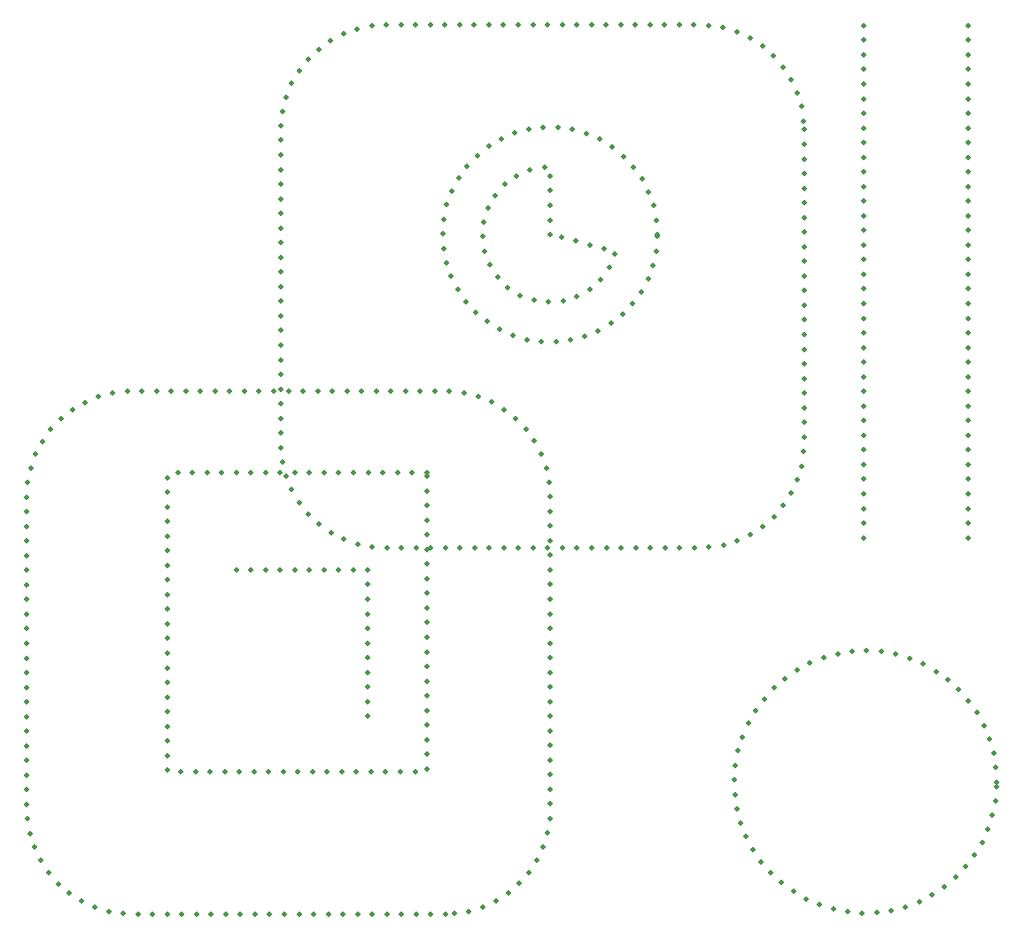
<source format=gtl>
%MOMM*%
%FSLAX34Y34*%
%IPPOS*%
%ADD10C,0.5*%
G75*
%LPD*%
D10*
X800000Y850000D03*
X800000Y836000D03*
X800000Y822000D03*
X800000Y808000D03*
X800000Y794000D03*
X800000Y780000D03*
X800000Y766000D03*
X800000Y752000D03*
X800000Y738000D03*
X800000Y724000D03*
X800000Y710000D03*
X800000Y696000D03*
X800000Y682000D03*
X800000Y668000D03*
X800000Y654000D03*
X800000Y640000D03*
X800000Y626000D03*
X800000Y612000D03*
X800000Y598000D03*
X800000Y584000D03*
X800000Y570000D03*
X800000Y556000D03*
X800000Y542000D03*
X800000Y528000D03*
X800000Y514000D03*
X800000Y500000D03*
X800000Y486000D03*
X800000Y472000D03*
X800000Y458000D03*
X800000Y444000D03*
X800000Y430000D03*
X800000Y416000D03*
X800000Y402000D03*
X800000Y388000D03*
X800000Y374000D03*
X800000Y360000D03*

X900000Y850000D03*
X900000Y836000D03*
X900000Y822000D03*
X900000Y808000D03*
X900000Y794000D03*
X900000Y780000D03*
X900000Y766000D03*
X900000Y752000D03*
X900000Y738000D03*
X900000Y724000D03*
X900000Y710000D03*
X900000Y696000D03*
X900000Y682000D03*
X900000Y668000D03*
X900000Y654000D03*
X900000Y640000D03*
X900000Y626000D03*
X900000Y612000D03*
X900000Y598000D03*
X900000Y584000D03*
X900000Y570000D03*
X900000Y556000D03*
X900000Y542000D03*
X900000Y528000D03*
X900000Y514000D03*
X900000Y500000D03*
X900000Y486000D03*
X900000Y472000D03*
X900000Y458000D03*
X900000Y444000D03*
X900000Y430000D03*
X900000Y416000D03*
X900000Y402000D03*
X900000Y388000D03*
X900000Y374000D03*
X900000Y360000D03*

X200000Y329390D03*
X214000Y329390D03*
X228000Y329390D03*
X242000Y329390D03*
X256000Y329390D03*
X270000Y329390D03*
X284000Y329390D03*
X298000Y329390D03*
X312000Y329390D03*
X325827Y329217D03*
X325827Y315217D03*
X325827Y301217D03*
X325827Y287217D03*
X325827Y273217D03*
X325827Y259217D03*
X325827Y245217D03*
X325827Y231217D03*
X325827Y217217D03*
X325827Y203217D03*
X325827Y189217D03*

X400000Y0D03*
X386000Y0D03*
X372000Y0D03*
X358000Y0D03*
X344000Y0D03*
X330000Y0D03*
X316000Y0D03*
X302000Y0D03*
X288000Y0D03*
X274000Y0D03*
X260000Y0D03*
X246000Y0D03*
X232000Y0D03*
X218000Y0D03*
X204000Y0D03*
X190000Y0D03*
X176000Y0D03*
X162000Y0D03*
X148000Y0D03*
X134000Y0D03*
X120000Y0D03*
X106000Y0D03*
X92009Y320D03*
X78177Y2410D03*
X64773Y6410D03*
X52057Y12242D03*
X40280Y19790D03*
X29672Y28909D03*
X20440Y39418D03*
X12764Y51113D03*
X6796Y63764D03*
X2652Y77125D03*
X412Y90933D03*
X0Y104920D03*
X0Y118920D03*
X0Y132920D03*
X0Y146920D03*
X0Y160920D03*
X0Y174920D03*
X0Y188920D03*
X0Y202920D03*
X0Y216920D03*
X0Y230920D03*
X0Y244920D03*
X0Y258920D03*
X0Y272920D03*
X0Y286920D03*
X0Y300920D03*
X0Y314920D03*
X0Y328920D03*
X0Y342920D03*
X0Y356920D03*
X0Y370920D03*
X0Y384920D03*
X0Y398920D03*
X834Y412884D03*
X3602Y426596D03*
X8256Y439788D03*
X14706Y452201D03*
X22825Y463592D03*
X32454Y473739D03*
X43404Y482444D03*
X55463Y489534D03*
X68392Y494873D03*
X81940Y498356D03*
X95842Y499914D03*
X109841Y500000D03*
X123841Y500000D03*
X137841Y500000D03*
X151841Y500000D03*
X165841Y500000D03*
X179841Y500000D03*
X193841Y500000D03*
X207841Y500000D03*
X221841Y500000D03*
X235841Y500000D03*
X249841Y500000D03*
X263841Y500000D03*
X277841Y500000D03*
X291841Y500000D03*
X305841Y500000D03*
X319841Y500000D03*
X333841Y500000D03*
X347841Y500000D03*
X361841Y500000D03*
X375841Y500000D03*
X389841Y500000D03*
X403840Y499926D03*
X417746Y498413D03*
X431305Y494974D03*
X444252Y489676D03*
X456333Y482623D03*
X467311Y473954D03*
X476972Y463838D03*
X485127Y452472D03*
X491617Y440080D03*
X496313Y426903D03*
X499125Y413200D03*
X500000Y399239D03*
X500000Y385239D03*
X500000Y371239D03*
X500000Y357239D03*
X500000Y343239D03*
X500000Y329239D03*
X500000Y315239D03*
X500000Y301239D03*
X500000Y287239D03*
X500000Y273239D03*
X500000Y259239D03*
X500000Y245239D03*
X500000Y231239D03*
X500000Y217239D03*
X500000Y203239D03*
X500000Y189239D03*
X500000Y175239D03*
X500000Y161239D03*
X500000Y147239D03*
X500000Y133239D03*
X500000Y119239D03*
X500000Y105239D03*
X499616Y91250D03*
X497421Y77435D03*
X493319Y64061D03*
X487391Y51391D03*
X479753Y39672D03*
X470554Y29133D03*
X459975Y19981D03*
X448222Y12395D03*
X435525Y6523D03*
X422134Y2480D03*
X408309Y346D03*

X742704Y750394D03*
X742704Y736394D03*
X742704Y722394D03*
X742704Y708394D03*
X742704Y694394D03*
X742704Y680394D03*
X742704Y666394D03*
X742704Y652394D03*
X742704Y638394D03*
X742704Y624394D03*
X742704Y610394D03*
X742704Y596394D03*
X742704Y582394D03*
X742704Y568394D03*
X742704Y554394D03*
X742704Y540394D03*
X742704Y526394D03*
X742704Y512394D03*
X742704Y498394D03*
X742704Y484394D03*
X742704Y470394D03*
X742704Y456394D03*
X742384Y442402D03*
X740294Y428571D03*
X736294Y415167D03*
X730462Y402451D03*
X722914Y390674D03*
X713795Y380066D03*
X703286Y370834D03*
X691591Y363158D03*
X678940Y357190D03*
X665579Y353045D03*
X651771Y350806D03*
X637784Y350394D03*
X623784Y350394D03*
X609784Y350394D03*
X595784Y350394D03*
X581784Y350394D03*
X567784Y350394D03*
X553784Y350394D03*
X539784Y350394D03*
X525784Y350394D03*
X511784Y350394D03*
X497784Y350394D03*
X483784Y350394D03*
X469784Y350394D03*
X455784Y350394D03*
X441784Y350394D03*
X427784Y350394D03*
X413784Y350394D03*
X399784Y350394D03*
X385784Y350394D03*
X371784Y350394D03*
X357784Y350394D03*
X343784Y350394D03*
X329820Y351227D03*
X316108Y353996D03*
X302916Y358650D03*
X290503Y365100D03*
X279112Y373219D03*
X268965Y382848D03*
X260261Y393798D03*
X253170Y405856D03*
X247831Y418786D03*
X244348Y432334D03*
X242791Y446236D03*
X242704Y460235D03*
X242704Y474235D03*
X242704Y488235D03*
X242704Y502235D03*
X242704Y516235D03*
X242704Y530235D03*
X242704Y544235D03*
X242704Y558235D03*
X242704Y572235D03*
X242704Y586235D03*
X242704Y600235D03*
X242704Y614235D03*
X242704Y628235D03*
X242704Y642235D03*
X242704Y656235D03*
X242704Y670235D03*
X242704Y684235D03*
X242704Y698235D03*
X242704Y712235D03*
X242704Y726235D03*
X242704Y740235D03*
X242778Y754234D03*
X244291Y768140D03*
X247731Y781699D03*
X253028Y794646D03*
X260081Y806727D03*
X268750Y817705D03*
X278866Y827366D03*
X290232Y835521D03*
X302624Y842011D03*
X315801Y846707D03*
X329504Y849519D03*
X343465Y850394D03*
X357465Y850394D03*
X371465Y850394D03*
X385465Y850394D03*
X399465Y850394D03*
X413465Y850394D03*
X427465Y850394D03*
X441465Y850394D03*
X455465Y850394D03*
X469465Y850394D03*
X483465Y850394D03*
X497465Y850394D03*
X511465Y850394D03*
X525465Y850394D03*
X539465Y850394D03*
X553465Y850394D03*
X567465Y850394D03*
X581465Y850394D03*
X595465Y850394D03*
X609465Y850394D03*
X623465Y850394D03*
X637465Y850394D03*
X651454Y850010D03*
X665269Y847815D03*
X678643Y843713D03*
X691313Y837785D03*
X703032Y830147D03*
X713571Y820948D03*
X722723Y810369D03*
X730309Y798616D03*
X736181Y785919D03*
X740224Y772528D03*
X742358Y758703D03*

X382038Y422062D03*
X368038Y422062D03*
X354038Y422062D03*
X340038Y422062D03*
X326038Y422062D03*
X312038Y422062D03*
X298038Y422062D03*
X284038Y422062D03*
X270038Y422062D03*
X256038Y422062D03*
X242038Y422062D03*
X228038Y422062D03*
X214038Y422062D03*
X200038Y422062D03*
X186038Y422062D03*
X172038Y422062D03*
X158038Y422062D03*
X144038Y422062D03*
X134512Y417588D03*
X134512Y403588D03*
X134512Y389588D03*
X134512Y375588D03*
X134512Y361588D03*
X134512Y347588D03*
X134512Y333588D03*
X134512Y319588D03*
X134512Y305588D03*
X134512Y291588D03*
X134512Y277588D03*
X134512Y263588D03*
X134512Y249588D03*
X134512Y235588D03*
X134512Y221588D03*
X134512Y207588D03*
X134512Y193588D03*
X134512Y179588D03*
X134512Y165588D03*
X134512Y151588D03*
X134512Y137588D03*
X146884Y135960D03*
X160884Y135960D03*
X174884Y135960D03*
X188884Y135960D03*
X202884Y135960D03*
X216884Y135960D03*
X230884Y135960D03*
X244884Y135960D03*
X258884Y135960D03*
X272884Y135960D03*
X286884Y135960D03*
X300884Y135960D03*
X314884Y135960D03*
X328884Y135960D03*
X342884Y135960D03*
X356884Y135960D03*
X370884Y135960D03*
X382038Y138807D03*
X382038Y152807D03*
X382038Y166807D03*
X382038Y180807D03*
X382038Y194807D03*
X382038Y208807D03*
X382038Y222807D03*
X382038Y236807D03*
X382038Y250807D03*
X382038Y264807D03*
X382038Y278807D03*
X382038Y292807D03*
X382038Y306807D03*
X382038Y320807D03*
X382038Y334807D03*
X382038Y348807D03*
X382038Y362807D03*
X382038Y376807D03*
X382038Y390807D03*
X382038Y404807D03*
X382038Y418807D03*

X927009Y126316D03*
X926228Y140287D03*
X923897Y154085D03*
X920044Y167536D03*
X914717Y180475D03*
X907982Y192741D03*
X899924Y204180D03*
X890641Y214651D03*
X880251Y224022D03*
X868881Y232179D03*
X856674Y239019D03*
X843781Y244457D03*
X830363Y248425D03*
X816586Y250874D03*
X802622Y251774D03*
X788645Y251114D03*
X774828Y248901D03*
X761344Y245164D03*
X748360Y239948D03*
X736037Y233319D03*
X724529Y225358D03*
X713979Y216166D03*
X704519Y205856D03*
X696265Y194557D03*
X689321Y182409D03*
X683773Y169563D03*
X679689Y156179D03*
X677122Y142424D03*
X676102Y128469D03*
X676642Y114486D03*
X678737Y100651D03*
X682358Y87135D03*
X687463Y74107D03*
X693986Y61728D03*
X701847Y50152D03*
X710949Y39524D03*
X721177Y29975D03*
X732405Y21625D03*
X744493Y14576D03*
X757291Y8918D03*
X770639Y4720D03*
X784372Y2035D03*
X798318Y895D03*
X812304Y1316D03*
X826157Y3291D03*
X839703Y6797D03*
X852775Y11789D03*
X865210Y18206D03*
X876852Y25968D03*
X887558Y34978D03*
X897195Y45124D03*
X905641Y56280D03*
X912793Y68307D03*
X918560Y81056D03*
X922873Y94367D03*
X925676Y108077D03*
X926935Y122013D03*

X602773Y650000D03*
X601821Y663957D03*
X598982Y677655D03*
X594309Y690841D03*
X587889Y703270D03*
X579841Y714712D03*
X570313Y724955D03*
X559483Y733809D03*
X547550Y741111D03*
X534737Y746724D03*
X521280Y750545D03*
X507428Y752504D03*
X493439Y752563D03*
X479572Y750722D03*
X466083Y747015D03*
X453222Y741510D03*
X441228Y734310D03*
X430323Y725547D03*
X420709Y715385D03*
X412565Y704012D03*
X406040Y691637D03*
X401256Y678491D03*
X398301Y664818D03*
X397231Y650870D03*
X398065Y636905D03*
X400788Y623184D03*
X405348Y609959D03*
X411663Y597476D03*
X419614Y585966D03*
X429055Y575643D03*
X439810Y566697D03*
X451680Y559295D03*
X464446Y553573D03*
X477870Y549638D03*
X491705Y547563D03*
X505693Y547385D03*
X519575Y549109D03*
X533095Y552702D03*
X546002Y558098D03*
X558056Y565196D03*
X569035Y573866D03*
X578734Y583946D03*
X586975Y595251D03*
X593605Y607569D03*
X598500Y620674D03*
X601570Y634322D03*
X602758Y648261D03*

X500000Y650000D03*
X500000Y664000D03*
X500000Y678000D03*
X500000Y692000D03*
X500000Y706000D03*
X494599Y714366D03*
X480883Y711699D03*
X468062Y706144D03*
X456736Y697962D03*
X447434Y687536D03*
X440591Y675353D03*
X436529Y661984D03*
X435437Y648054D03*
X437366Y634216D03*
X442226Y621115D03*
X449789Y609367D03*
X459702Y599520D03*
X471501Y592035D03*
X484633Y587262D03*
X498484Y585425D03*
X512407Y586610D03*
X525748Y590761D03*
X537885Y597685D03*
X548249Y607056D03*
X556356Y618437D03*
X561825Y631294D03*
X551844Y636823D03*
X538276Y640271D03*
X524707Y643720D03*
X511139Y647169D03*

M02*

</source>
